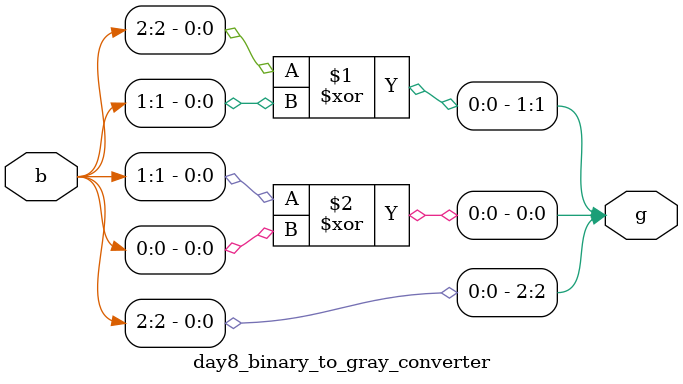
<source format=v>
`timescale 1ns / 1ps


module day8_binary_to_gray_converter(
    input [2:0] b,
    output [2:0] g
    );
    
    assign g[2] = b[2];
    assign g[1] = b[2] ^ b[1]; // b[2] xor b[1]
    assign g[0] = b[1] ^ b[0]; // b[1] xor b[0]
    
endmodule

</source>
